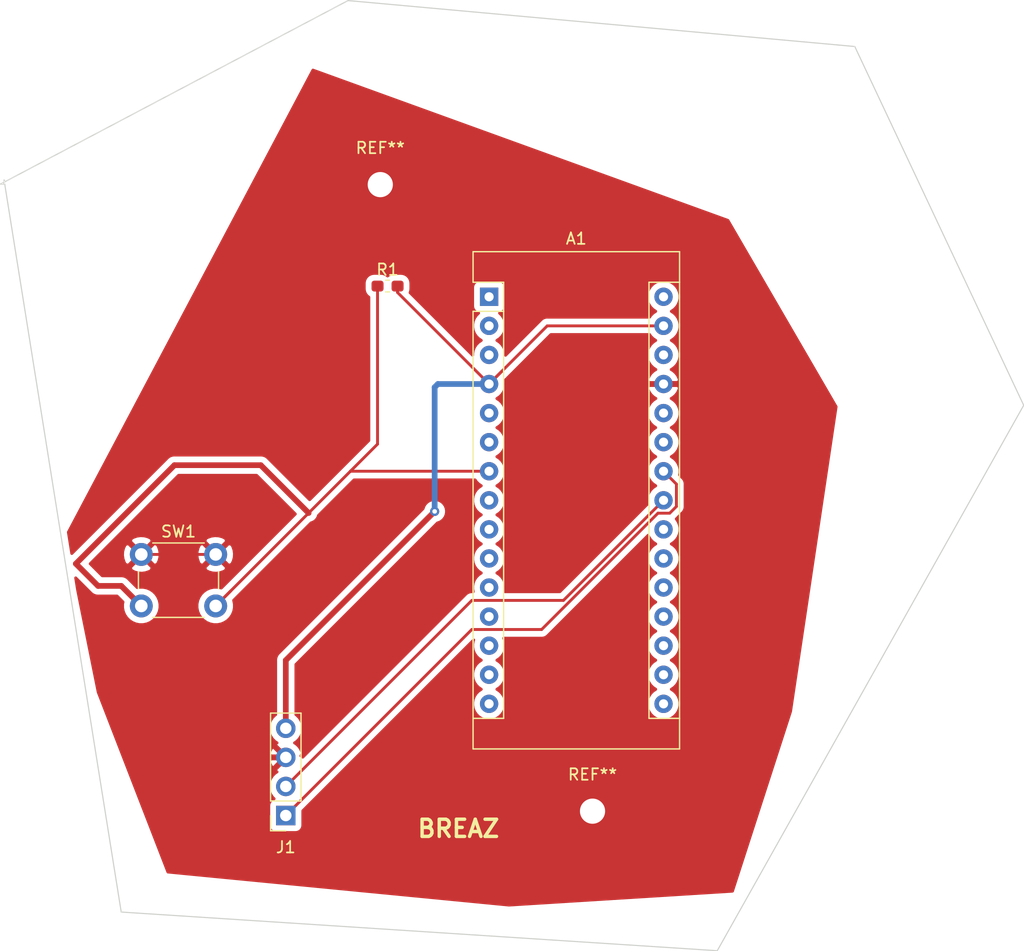
<source format=kicad_pcb>
(kicad_pcb (version 20171130) (host pcbnew "(5.1.10-1-10_14)")

  (general
    (thickness 1.6)
    (drawings 11)
    (tracks 49)
    (zones 0)
    (modules 6)
    (nets 6)
  )

  (page A4)
  (title_block
    (date 2021-08-19)
    (rev 0.1.0)
  )

  (layers
    (0 F.Cu signal)
    (31 B.Cu signal)
    (32 B.Adhes user)
    (33 F.Adhes user)
    (34 B.Paste user)
    (35 F.Paste user)
    (36 B.SilkS user)
    (37 F.SilkS user)
    (38 B.Mask user)
    (39 F.Mask user)
    (40 Dwgs.User user)
    (41 Cmts.User user)
    (42 Eco1.User user)
    (43 Eco2.User user)
    (44 Edge.Cuts user)
    (45 Margin user)
    (46 B.CrtYd user)
    (47 F.CrtYd user)
    (48 B.Fab user)
    (49 F.Fab user)
  )

  (setup
    (last_trace_width 0.5)
    (user_trace_width 0.5)
    (trace_clearance 0.2)
    (zone_clearance 0.508)
    (zone_45_only no)
    (trace_min 0.2)
    (via_size 0.8)
    (via_drill 0.4)
    (via_min_size 0.4)
    (via_min_drill 0.3)
    (uvia_size 0.3)
    (uvia_drill 0.1)
    (uvias_allowed no)
    (uvia_min_size 0.2)
    (uvia_min_drill 0.1)
    (edge_width 0.05)
    (segment_width 0.2)
    (pcb_text_width 0.3)
    (pcb_text_size 1.5 1.5)
    (mod_edge_width 0.12)
    (mod_text_size 1 1)
    (mod_text_width 0.15)
    (pad_size 1.524 1.524)
    (pad_drill 0.762)
    (pad_to_mask_clearance 0)
    (aux_axis_origin 0 0)
    (visible_elements FFFFFF7F)
    (pcbplotparams
      (layerselection 0x010fc_ffffffff)
      (usegerberextensions false)
      (usegerberattributes true)
      (usegerberadvancedattributes true)
      (creategerberjobfile true)
      (excludeedgelayer true)
      (linewidth 0.100000)
      (plotframeref false)
      (viasonmask false)
      (mode 1)
      (useauxorigin false)
      (hpglpennumber 1)
      (hpglpenspeed 20)
      (hpglpendiameter 15.000000)
      (psnegative false)
      (psa4output false)
      (plotreference true)
      (plotvalue true)
      (plotinvisibletext false)
      (padsonsilk false)
      (subtractmaskfromsilk false)
      (outputformat 1)
      (mirror false)
      (drillshape 0)
      (scaleselection 1)
      (outputdirectory ""))
  )

  (net 0 "")
  (net 1 "Net-(A1-Pad29)")
  (net 2 "Net-(A1-Pad7)")
  (net 3 "Net-(A1-Pad23)")
  (net 4 "Net-(A1-Pad24)")
  (net 5 +5V)

  (net_class Default "This is the default net class."
    (clearance 0.2)
    (trace_width 0.25)
    (via_dia 0.8)
    (via_drill 0.4)
    (uvia_dia 0.3)
    (uvia_drill 0.1)
    (add_net "Net-(A1-Pad23)")
    (add_net "Net-(A1-Pad24)")
    (add_net "Net-(A1-Pad29)")
    (add_net "Net-(A1-Pad7)")
  )

  (net_class power ""
    (clearance 0.5)
    (trace_width 0.5)
    (via_dia 0.8)
    (via_drill 0.4)
    (uvia_dia 0.3)
    (uvia_drill 0.1)
    (add_net +5V)
  )

  (net_class signal ""
    (clearance 0.25)
    (trace_width 0.25)
    (via_dia 0.8)
    (via_drill 0.4)
    (uvia_dia 0.3)
    (uvia_drill 0.1)
  )

  (module MountingHole:MountingHole_2.2mm_M2 (layer F.Cu) (tedit 56D1B4CB) (tstamp 611EE31D)
    (at 89.3572 124.1044)
    (descr "Mounting Hole 2.2mm, no annular, M2")
    (tags "mounting hole 2.2mm no annular m2")
    (attr virtual)
    (fp_text reference REF** (at 0 -3.2) (layer F.SilkS)
      (effects (font (size 1 1) (thickness 0.15)))
    )
    (fp_text value MountingHole_2.2mm_M2 (at 0 3.2) (layer F.Fab)
      (effects (font (size 1 1) (thickness 0.15)))
    )
    (fp_text user %R (at 0.3 0) (layer F.Fab)
      (effects (font (size 1 1) (thickness 0.15)))
    )
    (fp_circle (center 0 0) (end 2.2 0) (layer Cmts.User) (width 0.15))
    (fp_circle (center 0 0) (end 2.45 0) (layer F.CrtYd) (width 0.05))
    (pad 1 np_thru_hole circle (at 0 0) (size 2.2 2.2) (drill 2.2) (layers *.Cu *.Mask))
  )

  (module MountingHole:MountingHole_2.2mm_M2 (layer F.Cu) (tedit 56D1B4CB) (tstamp 611EE2E4)
    (at 70.8152 69.3674)
    (descr "Mounting Hole 2.2mm, no annular, M2")
    (tags "mounting hole 2.2mm no annular m2")
    (attr virtual)
    (fp_text reference REF** (at 0 -3.2) (layer F.SilkS)
      (effects (font (size 1 1) (thickness 0.15)))
    )
    (fp_text value MountingHole_2.2mm_M2 (at 0 3.2) (layer F.Fab)
      (effects (font (size 1 1) (thickness 0.15)))
    )
    (fp_text user %R (at 0.3 0) (layer F.Fab)
      (effects (font (size 1 1) (thickness 0.15)))
    )
    (fp_circle (center 0 0) (end 2.2 0) (layer Cmts.User) (width 0.15))
    (fp_circle (center 0 0) (end 2.45 0) (layer F.CrtYd) (width 0.05))
    (pad 1 np_thru_hole circle (at 0 0) (size 2.2 2.2) (drill 2.2) (layers *.Cu *.Mask))
  )

  (module Module:Arduino_Nano (layer F.Cu) (tedit 58ACAF70) (tstamp 611ECFCA)
    (at 80.320401 79.167401)
    (descr "Arduino Nano, http://www.mouser.com/pdfdocs/Gravitech_Arduino_Nano3_0.pdf")
    (tags "Arduino Nano")
    (path /6120A00A)
    (fp_text reference A1 (at 7.62 -5.08) (layer F.SilkS)
      (effects (font (size 1 1) (thickness 0.15)))
    )
    (fp_text value Arduino_Nano_v3.x (at 8.89 19.05 90) (layer F.Fab)
      (effects (font (size 1 1) (thickness 0.15)))
    )
    (fp_line (start 16.75 42.16) (end -1.53 42.16) (layer F.CrtYd) (width 0.05))
    (fp_line (start 16.75 42.16) (end 16.75 -4.06) (layer F.CrtYd) (width 0.05))
    (fp_line (start -1.53 -4.06) (end -1.53 42.16) (layer F.CrtYd) (width 0.05))
    (fp_line (start -1.53 -4.06) (end 16.75 -4.06) (layer F.CrtYd) (width 0.05))
    (fp_line (start 16.51 -3.81) (end 16.51 39.37) (layer F.Fab) (width 0.1))
    (fp_line (start 0 -3.81) (end 16.51 -3.81) (layer F.Fab) (width 0.1))
    (fp_line (start -1.27 -2.54) (end 0 -3.81) (layer F.Fab) (width 0.1))
    (fp_line (start -1.27 39.37) (end -1.27 -2.54) (layer F.Fab) (width 0.1))
    (fp_line (start 16.51 39.37) (end -1.27 39.37) (layer F.Fab) (width 0.1))
    (fp_line (start 16.64 -3.94) (end -1.4 -3.94) (layer F.SilkS) (width 0.12))
    (fp_line (start 16.64 39.5) (end 16.64 -3.94) (layer F.SilkS) (width 0.12))
    (fp_line (start -1.4 39.5) (end 16.64 39.5) (layer F.SilkS) (width 0.12))
    (fp_line (start 3.81 41.91) (end 3.81 31.75) (layer F.Fab) (width 0.1))
    (fp_line (start 11.43 41.91) (end 3.81 41.91) (layer F.Fab) (width 0.1))
    (fp_line (start 11.43 31.75) (end 11.43 41.91) (layer F.Fab) (width 0.1))
    (fp_line (start 3.81 31.75) (end 11.43 31.75) (layer F.Fab) (width 0.1))
    (fp_line (start 1.27 36.83) (end -1.4 36.83) (layer F.SilkS) (width 0.12))
    (fp_line (start 1.27 1.27) (end 1.27 36.83) (layer F.SilkS) (width 0.12))
    (fp_line (start 1.27 1.27) (end -1.4 1.27) (layer F.SilkS) (width 0.12))
    (fp_line (start 13.97 36.83) (end 16.64 36.83) (layer F.SilkS) (width 0.12))
    (fp_line (start 13.97 -1.27) (end 13.97 36.83) (layer F.SilkS) (width 0.12))
    (fp_line (start 13.97 -1.27) (end 16.64 -1.27) (layer F.SilkS) (width 0.12))
    (fp_line (start -1.4 -3.94) (end -1.4 -1.27) (layer F.SilkS) (width 0.12))
    (fp_line (start -1.4 1.27) (end -1.4 39.5) (layer F.SilkS) (width 0.12))
    (fp_line (start 1.27 -1.27) (end -1.4 -1.27) (layer F.SilkS) (width 0.12))
    (fp_line (start 1.27 1.27) (end 1.27 -1.27) (layer F.SilkS) (width 0.12))
    (fp_text user %R (at 6.35 19.05 90) (layer F.Fab)
      (effects (font (size 1 1) (thickness 0.15)))
    )
    (pad 1 thru_hole rect (at 0 0) (size 1.6 1.6) (drill 0.8) (layers *.Cu *.Mask))
    (pad 17 thru_hole oval (at 15.24 33.02) (size 1.6 1.6) (drill 0.8) (layers *.Cu *.Mask))
    (pad 2 thru_hole oval (at 0 2.54) (size 1.6 1.6) (drill 0.8) (layers *.Cu *.Mask))
    (pad 18 thru_hole oval (at 15.24 30.48) (size 1.6 1.6) (drill 0.8) (layers *.Cu *.Mask))
    (pad 3 thru_hole oval (at 0 5.08) (size 1.6 1.6) (drill 0.8) (layers *.Cu *.Mask))
    (pad 19 thru_hole oval (at 15.24 27.94) (size 1.6 1.6) (drill 0.8) (layers *.Cu *.Mask))
    (pad 4 thru_hole oval (at 0 7.62) (size 1.6 1.6) (drill 0.8) (layers *.Cu *.Mask)
      (net 1 "Net-(A1-Pad29)"))
    (pad 20 thru_hole oval (at 15.24 25.4) (size 1.6 1.6) (drill 0.8) (layers *.Cu *.Mask))
    (pad 5 thru_hole oval (at 0 10.16) (size 1.6 1.6) (drill 0.8) (layers *.Cu *.Mask))
    (pad 21 thru_hole oval (at 15.24 22.86) (size 1.6 1.6) (drill 0.8) (layers *.Cu *.Mask))
    (pad 6 thru_hole oval (at 0 12.7) (size 1.6 1.6) (drill 0.8) (layers *.Cu *.Mask))
    (pad 22 thru_hole oval (at 15.24 20.32) (size 1.6 1.6) (drill 0.8) (layers *.Cu *.Mask))
    (pad 7 thru_hole oval (at 0 15.24) (size 1.6 1.6) (drill 0.8) (layers *.Cu *.Mask)
      (net 2 "Net-(A1-Pad7)"))
    (pad 23 thru_hole oval (at 15.24 17.78) (size 1.6 1.6) (drill 0.8) (layers *.Cu *.Mask)
      (net 3 "Net-(A1-Pad23)"))
    (pad 8 thru_hole oval (at 0 17.78) (size 1.6 1.6) (drill 0.8) (layers *.Cu *.Mask))
    (pad 24 thru_hole oval (at 15.24 15.24) (size 1.6 1.6) (drill 0.8) (layers *.Cu *.Mask)
      (net 4 "Net-(A1-Pad24)"))
    (pad 9 thru_hole oval (at 0 20.32) (size 1.6 1.6) (drill 0.8) (layers *.Cu *.Mask))
    (pad 25 thru_hole oval (at 15.24 12.7) (size 1.6 1.6) (drill 0.8) (layers *.Cu *.Mask))
    (pad 10 thru_hole oval (at 0 22.86) (size 1.6 1.6) (drill 0.8) (layers *.Cu *.Mask))
    (pad 26 thru_hole oval (at 15.24 10.16) (size 1.6 1.6) (drill 0.8) (layers *.Cu *.Mask))
    (pad 11 thru_hole oval (at 0 25.4) (size 1.6 1.6) (drill 0.8) (layers *.Cu *.Mask))
    (pad 27 thru_hole oval (at 15.24 7.62) (size 1.6 1.6) (drill 0.8) (layers *.Cu *.Mask)
      (net 5 +5V))
    (pad 12 thru_hole oval (at 0 27.94) (size 1.6 1.6) (drill 0.8) (layers *.Cu *.Mask))
    (pad 28 thru_hole oval (at 15.24 5.08) (size 1.6 1.6) (drill 0.8) (layers *.Cu *.Mask))
    (pad 13 thru_hole oval (at 0 30.48) (size 1.6 1.6) (drill 0.8) (layers *.Cu *.Mask))
    (pad 29 thru_hole oval (at 15.24 2.54) (size 1.6 1.6) (drill 0.8) (layers *.Cu *.Mask)
      (net 1 "Net-(A1-Pad29)"))
    (pad 14 thru_hole oval (at 0 33.02) (size 1.6 1.6) (drill 0.8) (layers *.Cu *.Mask))
    (pad 30 thru_hole oval (at 15.24 0) (size 1.6 1.6) (drill 0.8) (layers *.Cu *.Mask))
    (pad 15 thru_hole oval (at 0 35.56) (size 1.6 1.6) (drill 0.8) (layers *.Cu *.Mask))
    (pad 16 thru_hole oval (at 15.24 35.56) (size 1.6 1.6) (drill 0.8) (layers *.Cu *.Mask))
    (model ${KISYS3DMOD}/Module.3dshapes/Arduino_Nano_WithMountingHoles.wrl
      (at (xyz 0 0 0))
      (scale (xyz 1 1 1))
      (rotate (xyz 0 0 0))
    )
  )

  (module Connector_PinSocket_2.54mm:PinSocket_1x04_P2.54mm_Vertical (layer F.Cu) (tedit 5A19A429) (tstamp 611ECFE2)
    (at 62.5602 124.4854 180)
    (descr "Through hole straight socket strip, 1x04, 2.54mm pitch, single row (from Kicad 4.0.7), script generated")
    (tags "Through hole socket strip THT 1x04 2.54mm single row")
    (path /611ED4E7)
    (fp_text reference J1 (at 0 -2.77) (layer F.SilkS)
      (effects (font (size 1 1) (thickness 0.15)))
    )
    (fp_text value ssd1306-oled (at 0 10.39) (layer F.Fab)
      (effects (font (size 1 1) (thickness 0.15)))
    )
    (fp_line (start -1.8 9.4) (end -1.8 -1.8) (layer F.CrtYd) (width 0.05))
    (fp_line (start 1.75 9.4) (end -1.8 9.4) (layer F.CrtYd) (width 0.05))
    (fp_line (start 1.75 -1.8) (end 1.75 9.4) (layer F.CrtYd) (width 0.05))
    (fp_line (start -1.8 -1.8) (end 1.75 -1.8) (layer F.CrtYd) (width 0.05))
    (fp_line (start 0 -1.33) (end 1.33 -1.33) (layer F.SilkS) (width 0.12))
    (fp_line (start 1.33 -1.33) (end 1.33 0) (layer F.SilkS) (width 0.12))
    (fp_line (start 1.33 1.27) (end 1.33 8.95) (layer F.SilkS) (width 0.12))
    (fp_line (start -1.33 8.95) (end 1.33 8.95) (layer F.SilkS) (width 0.12))
    (fp_line (start -1.33 1.27) (end -1.33 8.95) (layer F.SilkS) (width 0.12))
    (fp_line (start -1.33 1.27) (end 1.33 1.27) (layer F.SilkS) (width 0.12))
    (fp_line (start -1.27 8.89) (end -1.27 -1.27) (layer F.Fab) (width 0.1))
    (fp_line (start 1.27 8.89) (end -1.27 8.89) (layer F.Fab) (width 0.1))
    (fp_line (start 1.27 -0.635) (end 1.27 8.89) (layer F.Fab) (width 0.1))
    (fp_line (start 0.635 -1.27) (end 1.27 -0.635) (layer F.Fab) (width 0.1))
    (fp_line (start -1.27 -1.27) (end 0.635 -1.27) (layer F.Fab) (width 0.1))
    (fp_text user %R (at 0 3.81 90) (layer F.Fab)
      (effects (font (size 1 1) (thickness 0.15)))
    )
    (pad 1 thru_hole rect (at 0 0 180) (size 1.7 1.7) (drill 1) (layers *.Cu *.Mask)
      (net 4 "Net-(A1-Pad24)"))
    (pad 2 thru_hole oval (at 0 2.54 180) (size 1.7 1.7) (drill 1) (layers *.Cu *.Mask)
      (net 3 "Net-(A1-Pad23)"))
    (pad 3 thru_hole oval (at 0 5.08 180) (size 1.7 1.7) (drill 1) (layers *.Cu *.Mask)
      (net 5 +5V))
    (pad 4 thru_hole oval (at 0 7.62 180) (size 1.7 1.7) (drill 1) (layers *.Cu *.Mask)
      (net 1 "Net-(A1-Pad29)"))
    (model ${KISYS3DMOD}/Connector_PinSocket_2.54mm.3dshapes/PinSocket_1x04_P2.54mm_Vertical.wrl
      (at (xyz 0 0 0))
      (scale (xyz 1 1 1))
      (rotate (xyz 0 0 0))
    )
  )

  (module Resistor_SMD:R_0603_1608Metric_Pad1.05x0.95mm_HandSolder (layer F.Cu) (tedit 5B301BBD) (tstamp 611ED385)
    (at 71.4502 78.232)
    (descr "Resistor SMD 0603 (1608 Metric), square (rectangular) end terminal, IPC_7351 nominal with elongated pad for handsoldering. (Body size source: http://www.tortai-tech.com/upload/download/2011102023233369053.pdf), generated with kicad-footprint-generator")
    (tags "resistor handsolder")
    (path /611F0609)
    (attr smd)
    (fp_text reference R1 (at 0 -1.43) (layer F.SilkS)
      (effects (font (size 1 1) (thickness 0.15)))
    )
    (fp_text value 10K (at 0 1.43) (layer F.Fab)
      (effects (font (size 1 1) (thickness 0.15)))
    )
    (fp_line (start 1.65 0.73) (end -1.65 0.73) (layer F.CrtYd) (width 0.05))
    (fp_line (start 1.65 -0.73) (end 1.65 0.73) (layer F.CrtYd) (width 0.05))
    (fp_line (start -1.65 -0.73) (end 1.65 -0.73) (layer F.CrtYd) (width 0.05))
    (fp_line (start -1.65 0.73) (end -1.65 -0.73) (layer F.CrtYd) (width 0.05))
    (fp_line (start -0.171267 0.51) (end 0.171267 0.51) (layer F.SilkS) (width 0.12))
    (fp_line (start -0.171267 -0.51) (end 0.171267 -0.51) (layer F.SilkS) (width 0.12))
    (fp_line (start 0.8 0.4) (end -0.8 0.4) (layer F.Fab) (width 0.1))
    (fp_line (start 0.8 -0.4) (end 0.8 0.4) (layer F.Fab) (width 0.1))
    (fp_line (start -0.8 -0.4) (end 0.8 -0.4) (layer F.Fab) (width 0.1))
    (fp_line (start -0.8 0.4) (end -0.8 -0.4) (layer F.Fab) (width 0.1))
    (fp_text user %R (at 0 0) (layer F.Fab)
      (effects (font (size 0.4 0.4) (thickness 0.06)))
    )
    (pad 1 smd roundrect (at -0.875 0) (size 1.05 0.95) (layers F.Cu F.Paste F.Mask) (roundrect_rratio 0.25)
      (net 2 "Net-(A1-Pad7)"))
    (pad 2 smd roundrect (at 0.875 0) (size 1.05 0.95) (layers F.Cu F.Paste F.Mask) (roundrect_rratio 0.25)
      (net 1 "Net-(A1-Pad29)"))
    (model ${KISYS3DMOD}/Resistor_SMD.3dshapes/R_0603_1608Metric.wrl
      (at (xyz 0 0 0))
      (scale (xyz 1 1 1))
      (rotate (xyz 0 0 0))
    )
  )

  (module Button_Switch_THT:SW_PUSH_6mm (layer F.Cu) (tedit 5A02FE31) (tstamp 611ED442)
    (at 49.9364 101.6762)
    (descr https://www.omron.com/ecb/products/pdf/en-b3f.pdf)
    (tags "tact sw push 6mm")
    (path /611EB16E)
    (fp_text reference SW1 (at 3.25 -2) (layer F.SilkS)
      (effects (font (size 1 1) (thickness 0.15)))
    )
    (fp_text value button (at 3.75 6.7) (layer F.Fab)
      (effects (font (size 1 1) (thickness 0.15)))
    )
    (fp_circle (center 3.25 2.25) (end 1.25 2.5) (layer F.Fab) (width 0.1))
    (fp_line (start 6.75 3) (end 6.75 1.5) (layer F.SilkS) (width 0.12))
    (fp_line (start 5.5 -1) (end 1 -1) (layer F.SilkS) (width 0.12))
    (fp_line (start -0.25 1.5) (end -0.25 3) (layer F.SilkS) (width 0.12))
    (fp_line (start 1 5.5) (end 5.5 5.5) (layer F.SilkS) (width 0.12))
    (fp_line (start 8 -1.25) (end 8 5.75) (layer F.CrtYd) (width 0.05))
    (fp_line (start 7.75 6) (end -1.25 6) (layer F.CrtYd) (width 0.05))
    (fp_line (start -1.5 5.75) (end -1.5 -1.25) (layer F.CrtYd) (width 0.05))
    (fp_line (start -1.25 -1.5) (end 7.75 -1.5) (layer F.CrtYd) (width 0.05))
    (fp_line (start -1.5 6) (end -1.25 6) (layer F.CrtYd) (width 0.05))
    (fp_line (start -1.5 5.75) (end -1.5 6) (layer F.CrtYd) (width 0.05))
    (fp_line (start -1.5 -1.5) (end -1.25 -1.5) (layer F.CrtYd) (width 0.05))
    (fp_line (start -1.5 -1.25) (end -1.5 -1.5) (layer F.CrtYd) (width 0.05))
    (fp_line (start 8 -1.5) (end 8 -1.25) (layer F.CrtYd) (width 0.05))
    (fp_line (start 7.75 -1.5) (end 8 -1.5) (layer F.CrtYd) (width 0.05))
    (fp_line (start 8 6) (end 8 5.75) (layer F.CrtYd) (width 0.05))
    (fp_line (start 7.75 6) (end 8 6) (layer F.CrtYd) (width 0.05))
    (fp_line (start 0.25 -0.75) (end 3.25 -0.75) (layer F.Fab) (width 0.1))
    (fp_line (start 0.25 5.25) (end 0.25 -0.75) (layer F.Fab) (width 0.1))
    (fp_line (start 6.25 5.25) (end 0.25 5.25) (layer F.Fab) (width 0.1))
    (fp_line (start 6.25 -0.75) (end 6.25 5.25) (layer F.Fab) (width 0.1))
    (fp_line (start 3.25 -0.75) (end 6.25 -0.75) (layer F.Fab) (width 0.1))
    (fp_text user %R (at 3.25 2.25) (layer F.Fab)
      (effects (font (size 1 1) (thickness 0.15)))
    )
    (pad 2 thru_hole circle (at 0 4.5 90) (size 2 2) (drill 1.1) (layers *.Cu *.Mask)
      (net 2 "Net-(A1-Pad7)"))
    (pad 1 thru_hole circle (at 0 0 90) (size 2 2) (drill 1.1) (layers *.Cu *.Mask)
      (net 5 +5V))
    (pad 2 thru_hole circle (at 6.5 4.5 90) (size 2 2) (drill 1.1) (layers *.Cu *.Mask)
      (net 2 "Net-(A1-Pad7)"))
    (pad 1 thru_hole circle (at 6.5 0 90) (size 2 2) (drill 1.1) (layers *.Cu *.Mask)
      (net 5 +5V))
    (model ${KISYS3DMOD}/Button_Switch_THT.3dshapes/SW_PUSH_6mm.wrl
      (at (xyz 0 0 0))
      (scale (xyz 1 1 1))
      (rotate (xyz 0 0 0))
    )
  )

  (gr_text BREAZ (at 77.6478 125.6284) (layer F.SilkS)
    (effects (font (size 1.5 1.5) (thickness 0.3)))
  )
  (gr_line (start 67.9958 53.2892) (end 112.268 57.3024) (layer Edge.Cuts) (width 0.1))
  (gr_line (start 38.00609 69.124771) (end 67.9958 53.2892) (layer Edge.Cuts) (width 0.1))
  (gr_line (start 37.9476 68.961) (end 38.00609 69.124771) (layer Edge.Cuts) (width 0.1))
  (gr_line (start 37.976326 69.140487) (end 37.9476 68.961) (layer Edge.Cuts) (width 0.1))
  (gr_line (start 37.6428 69.3166) (end 37.976326 69.140487) (layer Edge.Cuts) (width 0.1))
  (gr_line (start 38.004513 69.3166) (end 37.6428 69.3166) (layer Edge.Cuts) (width 0.1))
  (gr_line (start 48.1838 132.9182) (end 38.004513 69.3166) (layer Edge.Cuts) (width 0.1))
  (gr_line (start 100.2538 136.2964) (end 48.1838 132.9182) (layer Edge.Cuts) (width 0.1))
  (gr_line (start 127.0254 88.646) (end 100.2538 136.2964) (layer Edge.Cuts) (width 0.1))
  (gr_line (start 112.268 57.3024) (end 127.0254 88.646) (layer Edge.Cuts) (width 0.1))

  (segment (start 72.3252 78.7922) (end 80.320401 86.787401) (width 0.25) (layer F.Cu) (net 1))
  (segment (start 72.3252 78.232) (end 72.3252 78.7922) (width 0.25) (layer F.Cu) (net 1))
  (segment (start 85.400401 81.707401) (end 80.320401 86.787401) (width 0.25) (layer F.Cu) (net 1))
  (segment (start 95.560401 81.707401) (end 85.400401 81.707401) (width 0.25) (layer F.Cu) (net 1))
  (segment (start 80.320401 86.787401) (end 81.445402 85.6624) (width 0.25) (layer F.Cu) (net 1))
  (via (at 75.565 97.917) (size 0.8) (drill 0.4) (layers F.Cu B.Cu) (net 1))
  (segment (start 62.5602 110.9218) (end 75.565 97.917) (width 0.5) (layer F.Cu) (net 1))
  (segment (start 62.5602 116.8654) (end 62.5602 110.9218) (width 0.5) (layer F.Cu) (net 1))
  (segment (start 75.565 97.917) (end 75.565 87.0712) (width 0.5) (layer B.Cu) (net 1))
  (segment (start 75.848799 86.787401) (end 80.320401 86.787401) (width 0.5) (layer B.Cu) (net 1))
  (segment (start 75.565 87.0712) (end 75.848799 86.787401) (width 0.5) (layer B.Cu) (net 1))
  (segment (start 80.320401 94.407401) (end 68.205199 94.407401) (width 0.25) (layer F.Cu) (net 2))
  (segment (start 57.761401 104.851199) (end 56.4364 106.1762) (width 0.25) (layer F.Cu) (net 2))
  (segment (start 70.5752 92.0374) (end 68.205199 94.407401) (width 0.25) (layer F.Cu) (net 2))
  (segment (start 70.5752 78.232) (end 70.5752 92.0374) (width 0.25) (layer F.Cu) (net 2))
  (segment (start 48.186399 104.426199) (end 46.158599 104.426199) (width 0.5) (layer F.Cu) (net 2))
  (segment (start 49.9364 106.1762) (end 48.186399 104.426199) (width 0.5) (layer F.Cu) (net 2))
  (segment (start 46.158599 104.426199) (end 44.2214 102.489) (width 0.5) (layer F.Cu) (net 2))
  (segment (start 44.2214 102.489) (end 52.832 93.8784) (width 0.5) (layer F.Cu) (net 2))
  (segment (start 60.3758 93.8784) (end 64.555 98.0576) (width 0.5) (layer F.Cu) (net 2))
  (segment (start 52.832 93.8784) (end 60.3758 93.8784) (width 0.5) (layer F.Cu) (net 2))
  (segment (start 64.555 98.0576) (end 56.4364 106.1762) (width 0.25) (layer F.Cu) (net 2))
  (segment (start 68.205199 94.407401) (end 64.555 98.0576) (width 0.25) (layer F.Cu) (net 2))
  (segment (start 86.8154 105.692402) (end 95.560401 96.947401) (width 0.25) (layer F.Cu) (net 3))
  (segment (start 78.813198 105.692402) (end 86.8154 105.692402) (width 0.25) (layer F.Cu) (net 3))
  (segment (start 62.5602 121.9454) (end 78.813198 105.692402) (width 0.25) (layer F.Cu) (net 3))
  (segment (start 96.685402 95.532402) (end 95.560401 94.407401) (width 0.25) (layer F.Cu) (net 4))
  (segment (start 96.685402 97.487402) (end 96.685402 95.532402) (width 0.25) (layer F.Cu) (net 4))
  (segment (start 96.100402 98.072402) (end 96.685402 97.487402) (width 0.25) (layer F.Cu) (net 4))
  (segment (start 84.91181 108.232402) (end 95.07181 98.072402) (width 0.25) (layer F.Cu) (net 4))
  (segment (start 95.07181 98.072402) (end 96.100402 98.072402) (width 0.25) (layer F.Cu) (net 4))
  (segment (start 78.813198 108.232402) (end 84.91181 108.232402) (width 0.25) (layer F.Cu) (net 4))
  (segment (start 62.5602 124.4854) (end 78.813198 108.232402) (width 0.25) (layer F.Cu) (net 4))
  (segment (start 49.9364 101.6762) (end 56.4364 101.6762) (width 0.25) (layer F.Cu) (net 5))
  (segment (start 62.5602 119.4054) (end 53.9496 110.7948) (width 0.5) (layer F.Cu) (net 5))
  (segment (start 53.9496 104.163) (end 56.4364 101.6762) (width 0.5) (layer F.Cu) (net 5))
  (segment (start 53.9496 110.7948) (end 53.9496 104.163) (width 0.5) (layer F.Cu) (net 5))
  (segment (start 95.560401 86.787401) (end 98.623801 86.787401) (width 0.5) (layer F.Cu) (net 5))
  (segment (start 98.623801 86.787401) (end 100.076 88.2396) (width 0.5) (layer F.Cu) (net 5))
  (segment (start 100.076 112.505804) (end 100.7618 113.191604) (width 0.5) (layer F.Cu) (net 5))
  (segment (start 100.076 88.2396) (end 100.076 112.505804) (width 0.5) (layer F.Cu) (net 5))
  (segment (start 100.7618 113.191604) (end 100.7618 125.2474) (width 0.5) (layer F.Cu) (net 5))
  (segment (start 100.7618 125.2474) (end 98.171 127.8382) (width 0.5) (layer F.Cu) (net 5))
  (segment (start 98.171 127.8382) (end 96.3422 126.0094) (width 0.5) (layer F.Cu) (net 5))
  (segment (start 96.3422 126.0094) (end 93.726 128.6256) (width 0.5) (layer F.Cu) (net 5))
  (segment (start 63.650398 128.6256) (end 59.129198 124.1044) (width 0.5) (layer F.Cu) (net 5))
  (segment (start 93.726 128.6256) (end 63.650398 128.6256) (width 0.5) (layer F.Cu) (net 5))
  (segment (start 59.129198 122.836402) (end 62.5602 119.4054) (width 0.5) (layer F.Cu) (net 5))
  (segment (start 59.129198 124.1044) (end 59.129198 122.836402) (width 0.5) (layer F.Cu) (net 5))

  (zone (net 5) (net_name +5V) (layer F.Cu) (tstamp 0) (hatch edge 0.508)
    (connect_pads (clearance 0.508))
    (min_thickness 0.254)
    (fill yes (arc_segments 32) (thermal_gap 0.508) (thermal_bridge_width 0.508))
    (polygon
      (pts
        (xy 101.2698 72.39) (xy 110.7694 88.7476) (xy 106.7816 115.4176) (xy 101.6762 131.2164) (xy 82.042 132.4356)
        (xy 52.1716 129.54) (xy 46.0502 113.7412) (xy 43.2816 99.9998) (xy 64.8716 59.2074)
      )
    )
    (filled_polygon
      (pts
        (xy 101.183157 72.493693) (xy 110.63721 88.772865) (xy 106.657541 115.388489) (xy 101.581962 131.095007) (xy 82.044202 132.308219)
        (xy 52.261748 129.421144) (xy 46.17255 113.705453) (xy 44.373305 104.775258) (xy 44.205098 103.724277) (xy 45.502069 105.021248)
        (xy 45.529782 105.055016) (xy 45.56355 105.082729) (xy 45.563552 105.082731) (xy 45.619447 105.128603) (xy 45.66454 105.16561)
        (xy 45.818286 105.247788) (xy 45.985109 105.298394) (xy 46.115122 105.311199) (xy 46.115132 105.311199) (xy 46.158598 105.31548)
        (xy 46.202064 105.311199) (xy 47.819821 105.311199) (xy 48.338297 105.829675) (xy 48.3014 106.015167) (xy 48.3014 106.337233)
        (xy 48.364232 106.653112) (xy 48.487482 106.950663) (xy 48.666413 107.218452) (xy 48.894148 107.446187) (xy 49.161937 107.625118)
        (xy 49.459488 107.748368) (xy 49.775367 107.8112) (xy 50.097433 107.8112) (xy 50.413312 107.748368) (xy 50.710863 107.625118)
        (xy 50.978652 107.446187) (xy 51.206387 107.218452) (xy 51.385318 106.950663) (xy 51.508568 106.653112) (xy 51.5714 106.337233)
        (xy 51.5714 106.015167) (xy 51.508568 105.699288) (xy 51.385318 105.401737) (xy 51.206387 105.133948) (xy 50.978652 104.906213)
        (xy 50.710863 104.727282) (xy 50.413312 104.604032) (xy 50.097433 104.5412) (xy 49.775367 104.5412) (xy 49.589875 104.578097)
        (xy 48.842933 103.831155) (xy 48.815216 103.797382) (xy 48.680458 103.686788) (xy 48.526712 103.60461) (xy 48.359889 103.554004)
        (xy 48.229876 103.541199) (xy 48.229868 103.541199) (xy 48.186399 103.536918) (xy 48.14293 103.541199) (xy 46.525178 103.541199)
        (xy 45.795592 102.811613) (xy 48.980592 102.811613) (xy 49.076356 103.076014) (xy 49.365971 103.216904) (xy 49.677508 103.298584)
        (xy 49.998995 103.317918) (xy 50.318075 103.274161) (xy 50.622488 103.168995) (xy 50.796444 103.076014) (xy 50.892208 102.811613)
        (xy 55.480592 102.811613) (xy 55.576356 103.076014) (xy 55.865971 103.216904) (xy 56.177508 103.298584) (xy 56.498995 103.317918)
        (xy 56.818075 103.274161) (xy 57.122488 103.168995) (xy 57.296444 103.076014) (xy 57.392208 102.811613) (xy 56.4364 101.855805)
        (xy 55.480592 102.811613) (xy 50.892208 102.811613) (xy 49.9364 101.855805) (xy 48.980592 102.811613) (xy 45.795592 102.811613)
        (xy 45.472978 102.489) (xy 46.223183 101.738795) (xy 48.294682 101.738795) (xy 48.338439 102.057875) (xy 48.443605 102.362288)
        (xy 48.536586 102.536244) (xy 48.800987 102.632008) (xy 49.756795 101.6762) (xy 50.116005 101.6762) (xy 51.071813 102.632008)
        (xy 51.336214 102.536244) (xy 51.477104 102.246629) (xy 51.558784 101.935092) (xy 51.570589 101.738795) (xy 54.794682 101.738795)
        (xy 54.838439 102.057875) (xy 54.943605 102.362288) (xy 55.036586 102.536244) (xy 55.300987 102.632008) (xy 56.256795 101.6762)
        (xy 56.616005 101.6762) (xy 57.571813 102.632008) (xy 57.836214 102.536244) (xy 57.977104 102.246629) (xy 58.058784 101.935092)
        (xy 58.078118 101.613605) (xy 58.034361 101.294525) (xy 57.929195 100.990112) (xy 57.836214 100.816156) (xy 57.571813 100.720392)
        (xy 56.616005 101.6762) (xy 56.256795 101.6762) (xy 55.300987 100.720392) (xy 55.036586 100.816156) (xy 54.895696 101.105771)
        (xy 54.814016 101.417308) (xy 54.794682 101.738795) (xy 51.570589 101.738795) (xy 51.578118 101.613605) (xy 51.534361 101.294525)
        (xy 51.429195 100.990112) (xy 51.336214 100.816156) (xy 51.071813 100.720392) (xy 50.116005 101.6762) (xy 49.756795 101.6762)
        (xy 48.800987 100.720392) (xy 48.536586 100.816156) (xy 48.395696 101.105771) (xy 48.314016 101.417308) (xy 48.294682 101.738795)
        (xy 46.223183 101.738795) (xy 47.421191 100.540787) (xy 48.980592 100.540787) (xy 49.9364 101.496595) (xy 50.892208 100.540787)
        (xy 55.480592 100.540787) (xy 56.4364 101.496595) (xy 57.392208 100.540787) (xy 57.296444 100.276386) (xy 57.006829 100.135496)
        (xy 56.695292 100.053816) (xy 56.373805 100.034482) (xy 56.054725 100.078239) (xy 55.750312 100.183405) (xy 55.576356 100.276386)
        (xy 55.480592 100.540787) (xy 50.892208 100.540787) (xy 50.796444 100.276386) (xy 50.506829 100.135496) (xy 50.195292 100.053816)
        (xy 49.873805 100.034482) (xy 49.554725 100.078239) (xy 49.250312 100.183405) (xy 49.076356 100.276386) (xy 48.980592 100.540787)
        (xy 47.421191 100.540787) (xy 53.198579 94.7634) (xy 60.009222 94.7634) (xy 63.39181 98.145988) (xy 57.250407 104.287392)
        (xy 57.250397 104.2874) (xy 56.927775 104.610023) (xy 56.913312 104.604032) (xy 56.597433 104.5412) (xy 56.275367 104.5412)
        (xy 55.959488 104.604032) (xy 55.661937 104.727282) (xy 55.394148 104.906213) (xy 55.166413 105.133948) (xy 54.987482 105.401737)
        (xy 54.864232 105.699288) (xy 54.8014 106.015167) (xy 54.8014 106.337233) (xy 54.864232 106.653112) (xy 54.987482 106.950663)
        (xy 55.166413 107.218452) (xy 55.394148 107.446187) (xy 55.661937 107.625118) (xy 55.959488 107.748368) (xy 56.275367 107.8112)
        (xy 56.597433 107.8112) (xy 56.913312 107.748368) (xy 57.210863 107.625118) (xy 57.478652 107.446187) (xy 57.706387 107.218452)
        (xy 57.885318 106.950663) (xy 58.008568 106.653112) (xy 58.0714 106.337233) (xy 58.0714 106.015167) (xy 58.008568 105.699288)
        (xy 58.002577 105.684825) (xy 58.3252 105.362203) (xy 58.325208 105.362193) (xy 64.770288 98.917114) (xy 64.895313 98.879188)
        (xy 65.049058 98.79701) (xy 65.183817 98.686417) (xy 65.29441 98.551658) (xy 65.376588 98.397913) (xy 65.414515 98.272886)
        (xy 68.520001 95.167401) (xy 79.102358 95.167401) (xy 79.205764 95.32216) (xy 79.405642 95.522038) (xy 79.63816 95.677401)
        (xy 79.405642 95.832764) (xy 79.205764 96.032642) (xy 79.048721 96.267674) (xy 78.940548 96.528827) (xy 78.885401 96.806066)
        (xy 78.885401 97.088736) (xy 78.940548 97.365975) (xy 79.048721 97.627128) (xy 79.205764 97.86216) (xy 79.405642 98.062038)
        (xy 79.63816 98.217401) (xy 79.405642 98.372764) (xy 79.205764 98.572642) (xy 79.048721 98.807674) (xy 78.940548 99.068827)
        (xy 78.885401 99.346066) (xy 78.885401 99.628736) (xy 78.940548 99.905975) (xy 79.048721 100.167128) (xy 79.205764 100.40216)
        (xy 79.405642 100.602038) (xy 79.63816 100.757401) (xy 79.405642 100.912764) (xy 79.205764 101.112642) (xy 79.048721 101.347674)
        (xy 78.940548 101.608827) (xy 78.885401 101.886066) (xy 78.885401 102.168736) (xy 78.940548 102.445975) (xy 79.048721 102.707128)
        (xy 79.205764 102.94216) (xy 79.405642 103.142038) (xy 79.63816 103.297401) (xy 79.405642 103.452764) (xy 79.205764 103.652642)
        (xy 79.048721 103.887674) (xy 78.940548 104.148827) (xy 78.885401 104.426066) (xy 78.885401 104.708736) (xy 78.929892 104.932402)
        (xy 78.85052 104.932402) (xy 78.813197 104.928726) (xy 78.775874 104.932402) (xy 78.775865 104.932402) (xy 78.664212 104.943399)
        (xy 78.520951 104.986856) (xy 78.388922 105.057428) (xy 78.273197 105.152401) (xy 78.249399 105.181399) (xy 64.0452 119.385599)
        (xy 64.0452 119.278398) (xy 63.880356 119.278398) (xy 64.001676 119.04851) (xy 63.957025 118.901301) (xy 63.831841 118.63848)
        (xy 63.657788 118.405131) (xy 63.441555 118.210222) (xy 63.324666 118.140595) (xy 63.506832 118.018875) (xy 63.713675 117.812032)
        (xy 63.87619 117.568811) (xy 63.988132 117.298558) (xy 64.0452 117.01166) (xy 64.0452 116.71914) (xy 63.988132 116.432242)
        (xy 63.87619 116.161989) (xy 63.713675 115.918768) (xy 63.506832 115.711925) (xy 63.4452 115.670744) (xy 63.4452 111.288378)
        (xy 75.810044 98.923535) (xy 75.866898 98.912226) (xy 76.055256 98.834205) (xy 76.224774 98.720937) (xy 76.368937 98.576774)
        (xy 76.482205 98.407256) (xy 76.560226 98.218898) (xy 76.6 98.018939) (xy 76.6 97.815061) (xy 76.560226 97.615102)
        (xy 76.482205 97.426744) (xy 76.368937 97.257226) (xy 76.224774 97.113063) (xy 76.055256 96.999795) (xy 75.866898 96.921774)
        (xy 75.666939 96.882) (xy 75.463061 96.882) (xy 75.263102 96.921774) (xy 75.074744 96.999795) (xy 74.905226 97.113063)
        (xy 74.761063 97.257226) (xy 74.647795 97.426744) (xy 74.569774 97.615102) (xy 74.558465 97.671956) (xy 61.965152 110.26527)
        (xy 61.931384 110.292983) (xy 61.903671 110.326751) (xy 61.903668 110.326754) (xy 61.82079 110.427741) (xy 61.738612 110.581487)
        (xy 61.688005 110.74831) (xy 61.670919 110.9218) (xy 61.675201 110.965279) (xy 61.6752 115.670744) (xy 61.613568 115.711925)
        (xy 61.406725 115.918768) (xy 61.24421 116.161989) (xy 61.132268 116.432242) (xy 61.0752 116.71914) (xy 61.0752 117.01166)
        (xy 61.132268 117.298558) (xy 61.24421 117.568811) (xy 61.406725 117.812032) (xy 61.613568 118.018875) (xy 61.795734 118.140595)
        (xy 61.678845 118.210222) (xy 61.462612 118.405131) (xy 61.288559 118.63848) (xy 61.163375 118.901301) (xy 61.118724 119.04851)
        (xy 61.240045 119.2784) (xy 62.4332 119.2784) (xy 62.4332 119.2584) (xy 62.6872 119.2584) (xy 62.6872 119.2784)
        (xy 62.7072 119.2784) (xy 62.7072 119.5324) (xy 62.6872 119.5324) (xy 62.6872 119.5524) (xy 62.4332 119.5524)
        (xy 62.4332 119.5324) (xy 61.240045 119.5324) (xy 61.118724 119.76229) (xy 61.163375 119.909499) (xy 61.288559 120.17232)
        (xy 61.462612 120.405669) (xy 61.678845 120.600578) (xy 61.795734 120.670205) (xy 61.613568 120.791925) (xy 61.406725 120.998768)
        (xy 61.24421 121.241989) (xy 61.132268 121.512242) (xy 61.0752 121.79914) (xy 61.0752 122.09166) (xy 61.132268 122.378558)
        (xy 61.24421 122.648811) (xy 61.406725 122.892032) (xy 61.53858 123.023887) (xy 61.46602 123.045898) (xy 61.355706 123.104863)
        (xy 61.259015 123.184215) (xy 61.179663 123.280906) (xy 61.120698 123.39122) (xy 61.084388 123.510918) (xy 61.072128 123.6354)
        (xy 61.072128 125.3354) (xy 61.084388 125.459882) (xy 61.120698 125.57958) (xy 61.179663 125.689894) (xy 61.259015 125.786585)
        (xy 61.355706 125.865937) (xy 61.46602 125.924902) (xy 61.585718 125.961212) (xy 61.7102 125.973472) (xy 63.4102 125.973472)
        (xy 63.534682 125.961212) (xy 63.65438 125.924902) (xy 63.764694 125.865937) (xy 63.861385 125.786585) (xy 63.940737 125.689894)
        (xy 63.999702 125.57958) (xy 64.036012 125.459882) (xy 64.048272 125.3354) (xy 64.048272 124.072129) (xy 78.975177 109.145225)
        (xy 78.940548 109.228827) (xy 78.885401 109.506066) (xy 78.885401 109.788736) (xy 78.940548 110.065975) (xy 79.048721 110.327128)
        (xy 79.205764 110.56216) (xy 79.405642 110.762038) (xy 79.63816 110.917401) (xy 79.405642 111.072764) (xy 79.205764 111.272642)
        (xy 79.048721 111.507674) (xy 78.940548 111.768827) (xy 78.885401 112.046066) (xy 78.885401 112.328736) (xy 78.940548 112.605975)
        (xy 79.048721 112.867128) (xy 79.205764 113.10216) (xy 79.405642 113.302038) (xy 79.63816 113.457401) (xy 79.405642 113.612764)
        (xy 79.205764 113.812642) (xy 79.048721 114.047674) (xy 78.940548 114.308827) (xy 78.885401 114.586066) (xy 78.885401 114.868736)
        (xy 78.940548 115.145975) (xy 79.048721 115.407128) (xy 79.205764 115.64216) (xy 79.405642 115.842038) (xy 79.640674 115.999081)
        (xy 79.901827 116.107254) (xy 80.179066 116.162401) (xy 80.461736 116.162401) (xy 80.738975 116.107254) (xy 81.000128 115.999081)
        (xy 81.23516 115.842038) (xy 81.435038 115.64216) (xy 81.592081 115.407128) (xy 81.700254 115.145975) (xy 81.755401 114.868736)
        (xy 81.755401 114.586066) (xy 81.700254 114.308827) (xy 81.592081 114.047674) (xy 81.435038 113.812642) (xy 81.23516 113.612764)
        (xy 81.002642 113.457401) (xy 81.23516 113.302038) (xy 81.435038 113.10216) (xy 81.592081 112.867128) (xy 81.700254 112.605975)
        (xy 81.755401 112.328736) (xy 81.755401 112.046066) (xy 81.700254 111.768827) (xy 81.592081 111.507674) (xy 81.435038 111.272642)
        (xy 81.23516 111.072764) (xy 81.002642 110.917401) (xy 81.23516 110.762038) (xy 81.435038 110.56216) (xy 81.592081 110.327128)
        (xy 81.700254 110.065975) (xy 81.755401 109.788736) (xy 81.755401 109.506066) (xy 81.700254 109.228827) (xy 81.602324 108.992402)
        (xy 84.874488 108.992402) (xy 84.91181 108.996078) (xy 84.949132 108.992402) (xy 84.949143 108.992402) (xy 85.060796 108.981405)
        (xy 85.204057 108.937948) (xy 85.336086 108.867376) (xy 85.451811 108.772403) (xy 85.475614 108.743399) (xy 94.219354 99.99966)
        (xy 94.288721 100.167128) (xy 94.445764 100.40216) (xy 94.645642 100.602038) (xy 94.87816 100.757401) (xy 94.645642 100.912764)
        (xy 94.445764 101.112642) (xy 94.288721 101.347674) (xy 94.180548 101.608827) (xy 94.125401 101.886066) (xy 94.125401 102.168736)
        (xy 94.180548 102.445975) (xy 94.288721 102.707128) (xy 94.445764 102.94216) (xy 94.645642 103.142038) (xy 94.87816 103.297401)
        (xy 94.645642 103.452764) (xy 94.445764 103.652642) (xy 94.288721 103.887674) (xy 94.180548 104.148827) (xy 94.125401 104.426066)
        (xy 94.125401 104.708736) (xy 94.180548 104.985975) (xy 94.288721 105.247128) (xy 94.445764 105.48216) (xy 94.645642 105.682038)
        (xy 94.87816 105.837401) (xy 94.645642 105.992764) (xy 94.445764 106.192642) (xy 94.288721 106.427674) (xy 94.180548 106.688827)
        (xy 94.125401 106.966066) (xy 94.125401 107.248736) (xy 94.180548 107.525975) (xy 94.288721 107.787128) (xy 94.445764 108.02216)
        (xy 94.645642 108.222038) (xy 94.87816 108.377401) (xy 94.645642 108.532764) (xy 94.445764 108.732642) (xy 94.288721 108.967674)
        (xy 94.180548 109.228827) (xy 94.125401 109.506066) (xy 94.125401 109.788736) (xy 94.180548 110.065975) (xy 94.288721 110.327128)
        (xy 94.445764 110.56216) (xy 94.645642 110.762038) (xy 94.87816 110.917401) (xy 94.645642 111.072764) (xy 94.445764 111.272642)
        (xy 94.288721 111.507674) (xy 94.180548 111.768827) (xy 94.125401 112.046066) (xy 94.125401 112.328736) (xy 94.180548 112.605975)
        (xy 94.288721 112.867128) (xy 94.445764 113.10216) (xy 94.645642 113.302038) (xy 94.87816 113.457401) (xy 94.645642 113.612764)
        (xy 94.445764 113.812642) (xy 94.288721 114.047674) (xy 94.180548 114.308827) (xy 94.125401 114.586066) (xy 94.125401 114.868736)
        (xy 94.180548 115.145975) (xy 94.288721 115.407128) (xy 94.445764 115.64216) (xy 94.645642 115.842038) (xy 94.880674 115.999081)
        (xy 95.141827 116.107254) (xy 95.419066 116.162401) (xy 95.701736 116.162401) (xy 95.978975 116.107254) (xy 96.240128 115.999081)
        (xy 96.47516 115.842038) (xy 96.675038 115.64216) (xy 96.832081 115.407128) (xy 96.940254 115.145975) (xy 96.995401 114.868736)
        (xy 96.995401 114.586066) (xy 96.940254 114.308827) (xy 96.832081 114.047674) (xy 96.675038 113.812642) (xy 96.47516 113.612764)
        (xy 96.242642 113.457401) (xy 96.47516 113.302038) (xy 96.675038 113.10216) (xy 96.832081 112.867128) (xy 96.940254 112.605975)
        (xy 96.995401 112.328736) (xy 96.995401 112.046066) (xy 96.940254 111.768827) (xy 96.832081 111.507674) (xy 96.675038 111.272642)
        (xy 96.47516 111.072764) (xy 96.242642 110.917401) (xy 96.47516 110.762038) (xy 96.675038 110.56216) (xy 96.832081 110.327128)
        (xy 96.940254 110.065975) (xy 96.995401 109.788736) (xy 96.995401 109.506066) (xy 96.940254 109.228827) (xy 96.832081 108.967674)
        (xy 96.675038 108.732642) (xy 96.47516 108.532764) (xy 96.242642 108.377401) (xy 96.47516 108.222038) (xy 96.675038 108.02216)
        (xy 96.832081 107.787128) (xy 96.940254 107.525975) (xy 96.995401 107.248736) (xy 96.995401 106.966066) (xy 96.940254 106.688827)
        (xy 96.832081 106.427674) (xy 96.675038 106.192642) (xy 96.47516 105.992764) (xy 96.242642 105.837401) (xy 96.47516 105.682038)
        (xy 96.675038 105.48216) (xy 96.832081 105.247128) (xy 96.940254 104.985975) (xy 96.995401 104.708736) (xy 96.995401 104.426066)
        (xy 96.940254 104.148827) (xy 96.832081 103.887674) (xy 96.675038 103.652642) (xy 96.47516 103.452764) (xy 96.242642 103.297401)
        (xy 96.47516 103.142038) (xy 96.675038 102.94216) (xy 96.832081 102.707128) (xy 96.940254 102.445975) (xy 96.995401 102.168736)
        (xy 96.995401 101.886066) (xy 96.940254 101.608827) (xy 96.832081 101.347674) (xy 96.675038 101.112642) (xy 96.47516 100.912764)
        (xy 96.242642 100.757401) (xy 96.47516 100.602038) (xy 96.675038 100.40216) (xy 96.832081 100.167128) (xy 96.940254 99.905975)
        (xy 96.995401 99.628736) (xy 96.995401 99.346066) (xy 96.940254 99.068827) (xy 96.832081 98.807674) (xy 96.675038 98.572642)
        (xy 96.675001 98.572605) (xy 97.196406 98.0512) (xy 97.225403 98.027403) (xy 97.251734 97.995319) (xy 97.320376 97.911679)
        (xy 97.390948 97.779649) (xy 97.409865 97.717286) (xy 97.434405 97.636388) (xy 97.445402 97.524735) (xy 97.445402 97.524725)
        (xy 97.449078 97.487402) (xy 97.445402 97.450079) (xy 97.445402 95.569727) (xy 97.449078 95.532402) (xy 97.445402 95.495077)
        (xy 97.445402 95.495069) (xy 97.434405 95.383416) (xy 97.390948 95.240155) (xy 97.320376 95.108126) (xy 97.225403 94.992401)
        (xy 97.196405 94.968603) (xy 96.959089 94.731287) (xy 96.995401 94.548736) (xy 96.995401 94.266066) (xy 96.940254 93.988827)
        (xy 96.832081 93.727674) (xy 96.675038 93.492642) (xy 96.47516 93.292764) (xy 96.242642 93.137401) (xy 96.47516 92.982038)
        (xy 96.675038 92.78216) (xy 96.832081 92.547128) (xy 96.940254 92.285975) (xy 96.995401 92.008736) (xy 96.995401 91.726066)
        (xy 96.940254 91.448827) (xy 96.832081 91.187674) (xy 96.675038 90.952642) (xy 96.47516 90.752764) (xy 96.242642 90.597401)
        (xy 96.47516 90.442038) (xy 96.675038 90.24216) (xy 96.832081 90.007128) (xy 96.940254 89.745975) (xy 96.995401 89.468736)
        (xy 96.995401 89.186066) (xy 96.940254 88.908827) (xy 96.832081 88.647674) (xy 96.675038 88.412642) (xy 96.47516 88.212764)
        (xy 96.240128 88.055721) (xy 96.229536 88.051334) (xy 96.415532 87.939786) (xy 96.62392 87.750815) (xy 96.791438 87.524821)
        (xy 96.911647 87.270488) (xy 96.952305 87.13644) (xy 96.830316 86.914401) (xy 95.687401 86.914401) (xy 95.687401 86.934401)
        (xy 95.433401 86.934401) (xy 95.433401 86.914401) (xy 94.290486 86.914401) (xy 94.168497 87.13644) (xy 94.209155 87.270488)
        (xy 94.329364 87.524821) (xy 94.496882 87.750815) (xy 94.70527 87.939786) (xy 94.891266 88.051334) (xy 94.880674 88.055721)
        (xy 94.645642 88.212764) (xy 94.445764 88.412642) (xy 94.288721 88.647674) (xy 94.180548 88.908827) (xy 94.125401 89.186066)
        (xy 94.125401 89.468736) (xy 94.180548 89.745975) (xy 94.288721 90.007128) (xy 94.445764 90.24216) (xy 94.645642 90.442038)
        (xy 94.87816 90.597401) (xy 94.645642 90.752764) (xy 94.445764 90.952642) (xy 94.288721 91.187674) (xy 94.180548 91.448827)
        (xy 94.125401 91.726066) (xy 94.125401 92.008736) (xy 94.180548 92.285975) (xy 94.288721 92.547128) (xy 94.445764 92.78216)
        (xy 94.645642 92.982038) (xy 94.87816 93.137401) (xy 94.645642 93.292764) (xy 94.445764 93.492642) (xy 94.288721 93.727674)
        (xy 94.180548 93.988827) (xy 94.125401 94.266066) (xy 94.125401 94.548736) (xy 94.180548 94.825975) (xy 94.288721 95.087128)
        (xy 94.445764 95.32216) (xy 94.645642 95.522038) (xy 94.87816 95.677401) (xy 94.645642 95.832764) (xy 94.445764 96.032642)
        (xy 94.288721 96.267674) (xy 94.180548 96.528827) (xy 94.125401 96.806066) (xy 94.125401 97.088736) (xy 94.161713 97.271287)
        (xy 86.500599 104.932402) (xy 81.71091 104.932402) (xy 81.755401 104.708736) (xy 81.755401 104.426066) (xy 81.700254 104.148827)
        (xy 81.592081 103.887674) (xy 81.435038 103.652642) (xy 81.23516 103.452764) (xy 81.002642 103.297401) (xy 81.23516 103.142038)
        (xy 81.435038 102.94216) (xy 81.592081 102.707128) (xy 81.700254 102.445975) (xy 81.755401 102.168736) (xy 81.755401 101.886066)
        (xy 81.700254 101.608827) (xy 81.592081 101.347674) (xy 81.435038 101.112642) (xy 81.23516 100.912764) (xy 81.002642 100.757401)
        (xy 81.23516 100.602038) (xy 81.435038 100.40216) (xy 81.592081 100.167128) (xy 81.700254 99.905975) (xy 81.755401 99.628736)
        (xy 81.755401 99.346066) (xy 81.700254 99.068827) (xy 81.592081 98.807674) (xy 81.435038 98.572642) (xy 81.23516 98.372764)
        (xy 81.002642 98.217401) (xy 81.23516 98.062038) (xy 81.435038 97.86216) (xy 81.592081 97.627128) (xy 81.700254 97.365975)
        (xy 81.755401 97.088736) (xy 81.755401 96.806066) (xy 81.700254 96.528827) (xy 81.592081 96.267674) (xy 81.435038 96.032642)
        (xy 81.23516 95.832764) (xy 81.002642 95.677401) (xy 81.23516 95.522038) (xy 81.435038 95.32216) (xy 81.592081 95.087128)
        (xy 81.700254 94.825975) (xy 81.755401 94.548736) (xy 81.755401 94.266066) (xy 81.700254 93.988827) (xy 81.592081 93.727674)
        (xy 81.435038 93.492642) (xy 81.23516 93.292764) (xy 81.002642 93.137401) (xy 81.23516 92.982038) (xy 81.435038 92.78216)
        (xy 81.592081 92.547128) (xy 81.700254 92.285975) (xy 81.755401 92.008736) (xy 81.755401 91.726066) (xy 81.700254 91.448827)
        (xy 81.592081 91.187674) (xy 81.435038 90.952642) (xy 81.23516 90.752764) (xy 81.002642 90.597401) (xy 81.23516 90.442038)
        (xy 81.435038 90.24216) (xy 81.592081 90.007128) (xy 81.700254 89.745975) (xy 81.755401 89.468736) (xy 81.755401 89.186066)
        (xy 81.700254 88.908827) (xy 81.592081 88.647674) (xy 81.435038 88.412642) (xy 81.23516 88.212764) (xy 81.002642 88.057401)
        (xy 81.23516 87.902038) (xy 81.435038 87.70216) (xy 81.592081 87.467128) (xy 81.700254 87.205975) (xy 81.755401 86.928736)
        (xy 81.755401 86.646066) (xy 81.719089 86.463515) (xy 85.715203 82.467401) (xy 94.342358 82.467401) (xy 94.445764 82.62216)
        (xy 94.645642 82.822038) (xy 94.87816 82.977401) (xy 94.645642 83.132764) (xy 94.445764 83.332642) (xy 94.288721 83.567674)
        (xy 94.180548 83.828827) (xy 94.125401 84.106066) (xy 94.125401 84.388736) (xy 94.180548 84.665975) (xy 94.288721 84.927128)
        (xy 94.445764 85.16216) (xy 94.645642 85.362038) (xy 94.880674 85.519081) (xy 94.891266 85.523468) (xy 94.70527 85.635016)
        (xy 94.496882 85.823987) (xy 94.329364 86.049981) (xy 94.209155 86.304314) (xy 94.168497 86.438362) (xy 94.290486 86.660401)
        (xy 95.433401 86.660401) (xy 95.433401 86.640401) (xy 95.687401 86.640401) (xy 95.687401 86.660401) (xy 96.830316 86.660401)
        (xy 96.952305 86.438362) (xy 96.911647 86.304314) (xy 96.791438 86.049981) (xy 96.62392 85.823987) (xy 96.415532 85.635016)
        (xy 96.229536 85.523468) (xy 96.240128 85.519081) (xy 96.47516 85.362038) (xy 96.675038 85.16216) (xy 96.832081 84.927128)
        (xy 96.940254 84.665975) (xy 96.995401 84.388736) (xy 96.995401 84.106066) (xy 96.940254 83.828827) (xy 96.832081 83.567674)
        (xy 96.675038 83.332642) (xy 96.47516 83.132764) (xy 96.242642 82.977401) (xy 96.47516 82.822038) (xy 96.675038 82.62216)
        (xy 96.832081 82.387128) (xy 96.940254 82.125975) (xy 96.995401 81.848736) (xy 96.995401 81.566066) (xy 96.940254 81.288827)
        (xy 96.832081 81.027674) (xy 96.675038 80.792642) (xy 96.47516 80.592764) (xy 96.242642 80.437401) (xy 96.47516 80.282038)
        (xy 96.675038 80.08216) (xy 96.832081 79.847128) (xy 96.940254 79.585975) (xy 96.995401 79.308736) (xy 96.995401 79.026066)
        (xy 96.940254 78.748827) (xy 96.832081 78.487674) (xy 96.675038 78.252642) (xy 96.47516 78.052764) (xy 96.240128 77.895721)
        (xy 95.978975 77.787548) (xy 95.701736 77.732401) (xy 95.419066 77.732401) (xy 95.141827 77.787548) (xy 94.880674 77.895721)
        (xy 94.645642 78.052764) (xy 94.445764 78.252642) (xy 94.288721 78.487674) (xy 94.180548 78.748827) (xy 94.125401 79.026066)
        (xy 94.125401 79.308736) (xy 94.180548 79.585975) (xy 94.288721 79.847128) (xy 94.445764 80.08216) (xy 94.645642 80.282038)
        (xy 94.87816 80.437401) (xy 94.645642 80.592764) (xy 94.445764 80.792642) (xy 94.342358 80.947401) (xy 85.437724 80.947401)
        (xy 85.400401 80.943725) (xy 85.363078 80.947401) (xy 85.363068 80.947401) (xy 85.251415 80.958398) (xy 85.108154 81.001855)
        (xy 84.976124 81.072427) (xy 84.892484 81.141069) (xy 84.8604 81.1674) (xy 84.836602 81.196398) (xy 81.755401 84.2776)
        (xy 81.755401 84.106066) (xy 81.700254 83.828827) (xy 81.592081 83.567674) (xy 81.435038 83.332642) (xy 81.23516 83.132764)
        (xy 81.002642 82.977401) (xy 81.23516 82.822038) (xy 81.435038 82.62216) (xy 81.592081 82.387128) (xy 81.700254 82.125975)
        (xy 81.755401 81.848736) (xy 81.755401 81.566066) (xy 81.700254 81.288827) (xy 81.592081 81.027674) (xy 81.435038 80.792642)
        (xy 81.23644 80.594044) (xy 81.244883 80.593213) (xy 81.364581 80.556903) (xy 81.474895 80.497938) (xy 81.571586 80.418586)
        (xy 81.650938 80.321895) (xy 81.709903 80.211581) (xy 81.746213 80.091883) (xy 81.758473 79.967401) (xy 81.758473 78.367401)
        (xy 81.746213 78.242919) (xy 81.709903 78.123221) (xy 81.650938 78.012907) (xy 81.571586 77.916216) (xy 81.474895 77.836864)
        (xy 81.364581 77.777899) (xy 81.244883 77.741589) (xy 81.120401 77.729329) (xy 79.520401 77.729329) (xy 79.395919 77.741589)
        (xy 79.276221 77.777899) (xy 79.165907 77.836864) (xy 79.069216 77.916216) (xy 78.989864 78.012907) (xy 78.930899 78.123221)
        (xy 78.894589 78.242919) (xy 78.882329 78.367401) (xy 78.882329 79.967401) (xy 78.894589 80.091883) (xy 78.930899 80.211581)
        (xy 78.989864 80.321895) (xy 79.069216 80.418586) (xy 79.165907 80.497938) (xy 79.276221 80.556903) (xy 79.395919 80.593213)
        (xy 79.404362 80.594044) (xy 79.205764 80.792642) (xy 79.048721 81.027674) (xy 78.940548 81.288827) (xy 78.885401 81.566066)
        (xy 78.885401 81.848736) (xy 78.940548 82.125975) (xy 79.048721 82.387128) (xy 79.205764 82.62216) (xy 79.405642 82.822038)
        (xy 79.63816 82.977401) (xy 79.405642 83.132764) (xy 79.205764 83.332642) (xy 79.048721 83.567674) (xy 78.940548 83.828827)
        (xy 78.885401 84.106066) (xy 78.885401 84.277599) (xy 73.418399 78.810598) (xy 73.421623 78.804567) (xy 73.471448 78.640316)
        (xy 73.488272 78.4695) (xy 73.488272 77.9945) (xy 73.471448 77.823684) (xy 73.421623 77.659433) (xy 73.340712 77.508058)
        (xy 73.231823 77.375377) (xy 73.099142 77.266488) (xy 72.947767 77.185577) (xy 72.783516 77.135752) (xy 72.6127 77.118928)
        (xy 72.0377 77.118928) (xy 71.866884 77.135752) (xy 71.702633 77.185577) (xy 71.551258 77.266488) (xy 71.4502 77.349425)
        (xy 71.349142 77.266488) (xy 71.197767 77.185577) (xy 71.033516 77.135752) (xy 70.8627 77.118928) (xy 70.2877 77.118928)
        (xy 70.116884 77.135752) (xy 69.952633 77.185577) (xy 69.801258 77.266488) (xy 69.668577 77.375377) (xy 69.559688 77.508058)
        (xy 69.478777 77.659433) (xy 69.428952 77.823684) (xy 69.412128 77.9945) (xy 69.412128 78.4695) (xy 69.428952 78.640316)
        (xy 69.478777 78.804567) (xy 69.559688 78.955942) (xy 69.668577 79.088623) (xy 69.801258 79.197512) (xy 69.8152 79.204964)
        (xy 69.815201 91.722597) (xy 67.694202 93.843597) (xy 67.665198 93.8674) (xy 67.6414 93.896398) (xy 64.643389 96.89441)
        (xy 61.032334 93.283356) (xy 61.004617 93.249583) (xy 60.869859 93.138989) (xy 60.716113 93.056811) (xy 60.54929 93.006205)
        (xy 60.419277 92.9934) (xy 60.419269 92.9934) (xy 60.3758 92.989119) (xy 60.332331 92.9934) (xy 52.875465 92.9934)
        (xy 52.831999 92.989119) (xy 52.788533 92.9934) (xy 52.788523 92.9934) (xy 52.65851 93.006205) (xy 52.491687 93.056811)
        (xy 52.337941 93.138989) (xy 52.337939 93.13899) (xy 52.33794 93.13899) (xy 52.236953 93.221868) (xy 52.236951 93.22187)
        (xy 52.203183 93.249583) (xy 52.17547 93.283351) (xy 43.864245 101.594577) (xy 43.566349 99.733283) (xy 64.932188 59.364417)
      )
    )
  )
)

</source>
